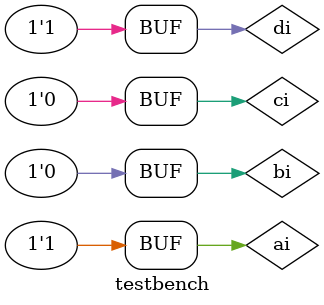
<source format=v>
`timescale 1ns / 1ps


module testbench;

	// Inputs
	reg ai;
	reg bi;
	reg ci;
	reg di;

	// Outputs
	wire a;
	wire b;
	wire c;
	wire d;
	wire e;
	wire f;
	wire g;

	// Instantiate the Unit Under Test (UUT)
	fourBitConverter uut (
		.ai(ai), 
		.bi(bi), 
		.ci(ci), 
		.di(di), 
		.a(a), 
		.b(b), 
		.c(c), 
		.d(d), 
		.e(e), 
		.f(f), 
		.g(g)
	);

	initial begin
		// Initialize Inputs
		ai = 0;bi = 0;ci = 0;di = 0;
		#100;ai=0;bi=0;ci=0;di=1;
		#100;ai=0;bi=0;ci=1;di=0;
		#100;ai=0;bi=0;ci=1;di=1;
		#100;ai=0;bi=1;ci=0;di=0;
		#100;ai=0;bi=1;ci=0;di=1;
		#100;ai=0;bi=1;ci=1;di=0;
		#100;ai=0;bi=1;ci=1;di=1;
		#100;ai=1;bi=0;ci=0;di=0;
      #100;ai=1;bi=0;ci=0;di=1;
		// Add stimulus here

	end
      
endmodule


</source>
